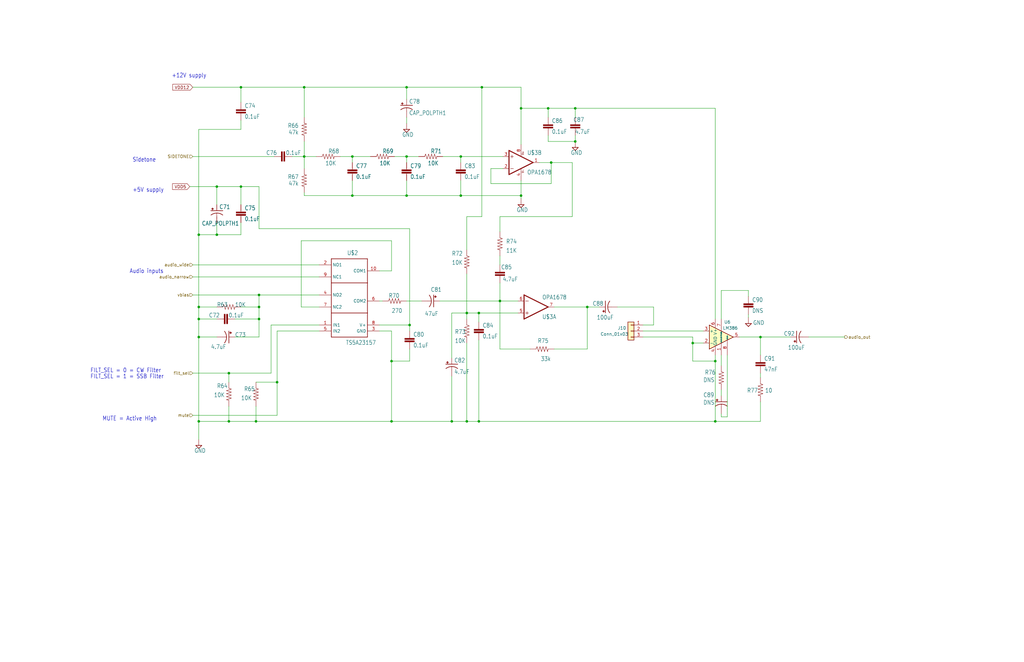
<source format=kicad_sch>
(kicad_sch (version 20230121) (generator eeschema)
  (paper "B")
  (lib_symbols
    (symbol "Amplifier_Audio:LM386" (pin_names (offset 0.127))
      (property "Reference" "U" (at 1.27 7.62 0))
      (property "Value" "LM386" (at 1.27 5.08 0))
      (symbol "LM386_0_1"
        (polyline (pts (xy 5.08 0) (xy -5.08 5.08) (xy -5.08 -5.08) (xy 5.08 0)) (stroke (width 0.254)) (fill (type background)))
      )
      (symbol "LM386_1_1"
        (pin input line (at 0 -7.62 90) (length 5.08) (name "GAIN") (number "1"))
        (pin input line (at -7.62 -2.54 0) (length 2.54) (name "-") (number "2"))
        (pin input line (at -7.62 2.54 0) (length 2.54) (name "+") (number "3"))
        (pin power_in line (at -2.54 -7.62 90) (length 3.81) (name "GND") (number "4"))
        (pin output line (at 7.62 0 180) (length 2.54) (name "~") (number "5"))
        (pin power_in line (at -2.54 7.62 270) (length 3.81) (name "V+") (number "6"))
        (pin input line (at 0 7.62 270) (length 5.08) (name "BYPASS") (number "7"))
        (pin input line (at 2.54 -7.62 90) (length 6.35) (name "GAIN") (number "8"))
      )
    )
    (symbol "Connector_Generic:Conn_01x03" (pin_names (offset 1.016) hide)
      (property "Reference" "J" (at 0 5.08 0))
      (property "Value" "Conn_01x03" (at 0 -5.08 0))
      (symbol "Conn_01x03_1_1"
        (rectangle (start -1.27 -2.413) (end 0 -2.667) (stroke (width 0.1524)))
        (rectangle (start -1.27 0.127) (end 0 -0.127) (stroke (width 0.1524)))
        (rectangle (start -1.27 2.667) (end 0 2.413) (stroke (width 0.1524)))
        (rectangle (start -1.27 3.81) (end 1.27 -3.81) (stroke (width 0.254)) (fill (type background)))
        (pin passive line (at -5.08 2.54 0) (length 3.81) (name "Pin_1") (number "1"))
        (pin passive line (at -5.08 0 0) (length 3.81) (name "Pin_2") (number "2"))
        (pin passive line (at -5.08 -2.54 0) (length 3.81) (name "Pin_3") (number "3"))
      )
    )
    (symbol "LM4562_1"
      (property "Reference" "U$602" (at 2.54 3.175 0))
      (property "Value" "OPA1678" (at 2.54 -5.08 0))
      (symbol "LM4562_1_1_0"
        (polyline (pts (xy -5.08 -5.08) (xy 5.08 0)) (stroke (width 0.4064)))
        (polyline (pts (xy -5.08 5.08) (xy -5.08 -5.08)) (stroke (width 0.4064)))
        (polyline (pts (xy -4.445 -2.54) (xy -3.175 -2.54)) (stroke (width 0.1524)))
        (polyline (pts (xy -4.445 2.54) (xy -3.175 2.54)) (stroke (width 0.1524)))
        (polyline (pts (xy -3.81 3.175) (xy -3.81 1.905)) (stroke (width 0.1524)))
        (polyline (pts (xy 5.08 0) (xy -5.08 5.08)) (stroke (width 0.4064)))
        (pin input line (at -7.62 2.54 0) (length 2.54) (name "+IN") (number "5"))
        (pin input line (at -7.62 -2.54 0) (length 2.54) (name "-IN") (number "6"))
        (pin output line (at 7.62 0 180) (length 2.54) (name "OUT") (number "7"))
      )
      (symbol "LM4562_1_2_0"
        (polyline (pts (xy -5.08 -5.08) (xy 5.08 0)) (stroke (width 0.4064)))
        (polyline (pts (xy -5.08 5.08) (xy -5.08 -5.08)) (stroke (width 0.4064)))
        (polyline (pts (xy -4.445 -2.54) (xy -3.175 -2.54)) (stroke (width 0.1524)))
        (polyline (pts (xy -4.445 2.54) (xy -3.175 2.54)) (stroke (width 0.1524)))
        (polyline (pts (xy -3.81 3.175) (xy -3.81 1.905)) (stroke (width 0.1524)))
        (polyline (pts (xy 5.08 0) (xy -5.08 5.08)) (stroke (width 0.4064)))
        (text "V+" (at 1.27 3.175 900) (effects (font (size 0.8128 0.6908)) (justify left bottom)))
        (text "V-" (at 1.27 -4.445 900) (effects (font (size 0.8128 0.6908)) (justify left bottom)))
        (pin output line (at 7.62 0 180) (length 2.54) (name "OUT") (number "1"))
        (pin input line (at -7.62 -2.54 0) (length 2.54) (name "-IN") (number "2"))
        (pin input line (at -7.62 2.54 0) (length 2.54) (name "+IN") (number "3"))
        (pin input line (at 0 -7.62 90) (length 5.08) (name "V-") (number "4"))
        (pin input line (at 0 7.62 270) (length 5.08) (name "V+") (number "8"))
      )
    )
    (symbol "audioModule2-eagle-import:CAP0603-CAP"
      (property "Reference" "C" (at 1.524 2.921 0))
      (property "Value" "CAP0603-CAP" (at 1.524 -2.159 0))
      (symbol "CAP0603-CAP_1_0"
        (rectangle (start -2.032 0.508) (end 2.032 1.016) (fill (type outline)))
        (rectangle (start -2.032 1.524) (end 2.032 2.032) (fill (type outline)))
        (polyline (pts (xy 0 0) (xy 0 0.508)) (stroke (width 0.1524)))
        (polyline (pts (xy 0 2.54) (xy 0 2.032)) (stroke (width 0.1524)))
        (pin passive line (at 0 5.08 270) (length 2.54) (name "1") (number "1"))
        (pin passive line (at 0 -2.54 90) (length 2.54) (name "2") (number "2"))
      )
    )
    (symbol "audioModule2-eagle-import:CAP_POLPTH1"
      (property "Reference" "C" (at 1.016 0.635 0))
      (property "Value" "CAP_POLPTH1" (at 1.016 -4.191 0))
      (symbol "CAP_POLPTH1_1_0"
        (rectangle (start -2.253 0.668) (end -1.364 0.795) (fill (type outline)))
        (rectangle (start -1.872 0.287) (end -1.745 1.176) (fill (type outline)))
        (arc (start 0 -1.0161) (mid -1.3021 -1.2302) (end -2.4669 -1.8504) (stroke (width 0.254)))
        (polyline (pts (xy -2.54 0) (xy 2.54 0)) (stroke (width 0.254)))
        (polyline (pts (xy 0 -1.016) (xy 0 -2.54)) (stroke (width 0.1524)))
        (arc (start 2.4892 -1.8542) (mid 1.3158 -1.2195) (end 0 -1) (stroke (width 0.254)))
        (pin passive line (at 0 2.54 270) (length 2.54) (name "+") (number "1"))
        (pin passive line (at 0 -5.08 90) (length 2.54) (name "-") (number "2"))
      )
    )
    (symbol "audioModule2-eagle-import:GND" (power)
      (property "Value" "GND" (at -1.905 -3.175 0))
      (symbol "GND_1_0"
        (polyline (pts (xy -1.27 0) (xy 1.27 0)) (stroke (width 0.254)))
        (polyline (pts (xy 0 -1.27) (xy -1.27 0)) (stroke (width 0.254)))
        (polyline (pts (xy 1.27 0) (xy 0 -1.27)) (stroke (width 0.254)))
        (pin power_in line (at 0 2.54 270) (length 2.54) (name "GND") (number "1"))
      )
    )
    (symbol "audioModule2-eagle-import:LM4562"
      (property "Reference" "U$602" (at 2.54 3.175 0))
      (property "Value" "OPA1678" (at 2.54 -5.08 0))
      (symbol "LM4562_1_0"
        (polyline (pts (xy -5.08 -5.08) (xy 5.08 0)) (stroke (width 0.4064)))
        (polyline (pts (xy -5.08 5.08) (xy -5.08 -5.08)) (stroke (width 0.4064)))
        (polyline (pts (xy -4.445 -2.54) (xy -3.175 -2.54)) (stroke (width 0.1524)))
        (polyline (pts (xy -4.445 2.54) (xy -3.175 2.54)) (stroke (width 0.1524)))
        (polyline (pts (xy -3.81 3.175) (xy -3.81 1.905)) (stroke (width 0.1524)))
        (polyline (pts (xy 5.08 0) (xy -5.08 5.08)) (stroke (width 0.4064)))
        (pin input line (at -7.62 2.54 0) (length 2.54) (name "+IN") (number "5"))
        (pin input line (at -7.62 -2.54 0) (length 2.54) (name "-IN") (number "6"))
        (pin output line (at 7.62 0 180) (length 2.54) (name "OUT") (number "7"))
      )
      (symbol "LM4562_2_0"
        (polyline (pts (xy -5.08 -5.08) (xy 5.08 0)) (stroke (width 0.4064)))
        (polyline (pts (xy -5.08 5.08) (xy -5.08 -5.08)) (stroke (width 0.4064)))
        (polyline (pts (xy -4.445 -2.54) (xy -3.175 -2.54)) (stroke (width 0.1524)))
        (polyline (pts (xy -4.445 2.54) (xy -3.175 2.54)) (stroke (width 0.1524)))
        (polyline (pts (xy -3.81 3.175) (xy -3.81 1.905)) (stroke (width 0.1524)))
        (polyline (pts (xy 5.08 0) (xy -5.08 5.08)) (stroke (width 0.4064)))
        (text "V+" (at 1.27 3.175 900) (effects (font (size 0.8128 0.6908)) (justify left bottom)))
        (text "V-" (at 1.27 -4.445 900) (effects (font (size 0.8128 0.6908)) (justify left bottom)))
        (pin output line (at 7.62 0 180) (length 2.54) (name "OUT") (number "1"))
        (pin input line (at -7.62 -2.54 0) (length 2.54) (name "-IN") (number "2"))
        (pin input line (at -7.62 2.54 0) (length 2.54) (name "+IN") (number "3"))
        (pin input line (at 0 -7.62 90) (length 5.08) (name "V-") (number "4"))
        (pin input line (at 0 7.62 270) (length 5.08) (name "V+") (number "8"))
      )
    )
    (symbol "audioModule2-eagle-import:RESISTOR0603-RES"
      (property "Reference" "R" (at -3.81 1.4986 0))
      (property "Value" "RESISTOR0603-RES" (at -3.81 -3.302 0))
      (symbol "RESISTOR0603-RES_1_0"
        (polyline (pts (xy -2.54 0) (xy -2.159 1.016)) (stroke (width 0.1524)))
        (polyline (pts (xy -2.159 1.016) (xy -1.524 -1.016)) (stroke (width 0.1524)))
        (polyline (pts (xy -1.524 -1.016) (xy -0.889 1.016)) (stroke (width 0.1524)))
        (polyline (pts (xy -0.889 1.016) (xy -0.254 -1.016)) (stroke (width 0.1524)))
        (polyline (pts (xy -0.254 -1.016) (xy 0.381 1.016)) (stroke (width 0.1524)))
        (polyline (pts (xy 0.381 1.016) (xy 1.016 -1.016)) (stroke (width 0.1524)))
        (polyline (pts (xy 1.016 -1.016) (xy 1.651 1.016)) (stroke (width 0.1524)))
        (polyline (pts (xy 1.651 1.016) (xy 2.286 -1.016)) (stroke (width 0.1524)))
        (polyline (pts (xy 2.286 -1.016) (xy 2.54 0)) (stroke (width 0.1524)))
        (pin passive line (at -5.08 0 0) (length 2.54) (name "1") (number "1"))
        (pin passive line (at 5.08 0 180) (length 2.54) (name "2") (number "2"))
      )
    )
    (symbol "audioModule2-eagle-import:TS5A23157"
      (property "Reference" "U$2" (at 6.604 34.544 0))
      (property "Value" "TS5A23157" (at 6.096 -3.302 0))
      (symbol "TS5A23157_1_0"
        (polyline (pts (xy 0 0) (xy 15.24 0)) (stroke (width 0.254)))
        (polyline (pts (xy 0 10.16) (xy 0 0)) (stroke (width 0.254)))
        (polyline (pts (xy 0 10.16) (xy 15.24 10.16)) (stroke (width 0.254)))
        (polyline (pts (xy 0 22.86) (xy 0 10.16)) (stroke (width 0.254)))
        (polyline (pts (xy 0 22.86) (xy 15.24 22.86)) (stroke (width 0.254)))
        (polyline (pts (xy 0 33.02) (xy 0 22.86)) (stroke (width 0.254)))
        (polyline (pts (xy 15.24 0) (xy 15.24 10.16)) (stroke (width 0.254)))
        (polyline (pts (xy 15.24 10.16) (xy 15.24 22.86)) (stroke (width 0.254)))
        (polyline (pts (xy 15.24 22.86) (xy 15.24 33.02)) (stroke (width 0.254)))
        (polyline (pts (xy 15.24 33.02) (xy 0 33.02)) (stroke (width 0.254)))
        (pin input line (at -5.08 5.08 0) (length 5.08) (name "IN1") (number "1"))
        (pin bidirectional line (at 20.32 27.94 180) (length 5.08) (name "COM1") (number "10"))
        (pin bidirectional line (at -5.08 30.48 0) (length 5.08) (name "NO1") (number "2"))
        (pin power_in line (at 20.32 2.54 180) (length 5.08) (name "GND") (number "3"))
        (pin bidirectional line (at -5.08 17.78 0) (length 5.08) (name "NO2") (number "4"))
        (pin input line (at -5.08 2.54 0) (length 5.08) (name "IN2") (number "5"))
        (pin bidirectional line (at 20.32 15.24 180) (length 5.08) (name "COM2") (number "6"))
        (pin bidirectional line (at -5.08 12.7 0) (length 5.08) (name "NC2") (number "7"))
        (pin power_in line (at 20.32 5.08 180) (length 5.08) (name "V+") (number "8"))
        (pin bidirectional line (at -5.08 25.4 0) (length 5.08) (name "NC1") (number "9"))
      )
    )
  )
  (junction (at 171.45 82.55))
  (junction (at 301.625 177.8))
  (junction (at 165.1 177.8))
  (junction (at 219.71 45.72))
  (junction (at 83.82 177.8))
  (junction (at 83.82 134.62))
  (junction (at 171.45 66.04))
  (junction (at 210.82 127))
  (junction (at 201.93 132.08))
  (junction (at 292.1 144.78))
  (junction (at 172.72 137.16))
  (junction (at 101.6 78.74))
  (junction (at 231.14 45.72))
  (junction (at 109.22 124.46))
  (junction (at 116.84 161.29))
  (junction (at 196.85 177.8))
  (junction (at 247.65 129.54))
  (junction (at 203.2 36.83))
  (junction (at 83.82 129.54))
  (junction (at 242.57 59.69))
  (junction (at 242.57 45.72))
  (junction (at 128.27 66.04))
  (junction (at 190.5 177.8))
  (junction (at 194.31 82.55))
  (junction (at 320.675 142.24))
  (junction (at 83.82 142.24))
  (junction (at 91.44 78.74))
  (junction (at 148.59 66.04))
  (junction (at 171.45 36.83))
  (junction (at 232.41 68.58))
  (junction (at 109.22 134.62))
  (junction (at 109.22 129.54))
  (junction (at 91.44 99.06))
  (junction (at 194.31 66.04))
  (junction (at 165.1 152.4))
  (junction (at 107.95 177.8))
  (junction (at 101.6 36.83))
  (junction (at 301.625 152.4))
  (junction (at 219.71 82.55))
  (junction (at 196.85 132.08))
  (junction (at 96.52 157.48))
  (junction (at 148.59 82.55))
  (junction (at 201.93 177.8))
  (junction (at 96.52 177.8))
  (junction (at 128.27 36.83))
  (junction (at 83.82 99.06))
  (wire (pts (xy 101.6 93.98) (xy 101.6 99.06)))
  (wire (pts (xy 275.59 129.54) (xy 275.59 137.16)))
  (wire (pts (xy 81.28 111.76) (xy 134.62 111.76)))
  (wire (pts (xy 81.28 124.46) (xy 109.22 124.46)))
  (wire (pts (xy 83.82 134.62) (xy 83.82 142.24)))
  (wire (pts (xy 116.84 139.7) (xy 134.62 139.7)))
  (wire (pts (xy 231.14 45.72) (xy 219.71 45.72)))
  (wire (pts (xy 114.3 157.48) (xy 114.3 137.16)))
  (wire (pts (xy 81.28 157.48) (xy 96.52 157.48)))
  (wire (pts (xy 80.01 78.74) (xy 91.44 78.74)))
  (wire (pts (xy 233.68 129.54) (xy 247.65 129.54)))
  (wire (pts (xy 275.59 137.16) (xy 271.145 137.16)))
  (wire (pts (xy 304.165 134.62) (xy 304.165 122.555)))
  (wire (pts (xy 114.3 137.16) (xy 134.62 137.16)))
  (wire (pts (xy 185.42 127) (xy 210.82 127)))
  (wire (pts (xy 96.52 171.45) (xy 96.52 177.8)))
  (wire (pts (xy 116.84 161.29) (xy 116.84 139.7)))
  (wire (pts (xy 83.82 129.54) (xy 83.82 134.62)))
  (wire (pts (xy 260.35 129.54) (xy 275.59 129.54)))
  (wire (pts (xy 148.59 76.2) (xy 148.59 82.55)))
  (wire (pts (xy 190.5 158.75) (xy 190.5 177.8)))
  (wire (pts (xy 171.45 36.83) (xy 171.45 41.91)))
  (wire (pts (xy 109.22 96.52) (xy 172.72 96.52)))
  (wire (pts (xy 148.59 66.04) (xy 148.59 68.58)))
  (wire (pts (xy 128.27 66.04) (xy 128.27 71.12)))
  (wire (pts (xy 196.85 132.08) (xy 201.93 132.08)))
  (wire (pts (xy 83.82 99.06) (xy 83.82 129.54)))
  (wire (pts (xy 190.5 177.8) (xy 196.85 177.8)))
  (wire (pts (xy 233.68 147.32) (xy 247.65 147.32)))
  (wire (pts (xy 91.44 86.36) (xy 91.44 78.74)))
  (wire (pts (xy 128.27 36.83) (xy 171.45 36.83)))
  (wire (pts (xy 160.02 139.7) (xy 165.1 139.7)))
  (wire (pts (xy 242.57 45.72) (xy 231.14 45.72)))
  (wire (pts (xy 304.165 149.86) (xy 304.165 154.305)))
  (wire (pts (xy 301.625 149.86) (xy 301.625 152.4)))
  (wire (pts (xy 219.71 45.72) (xy 219.71 36.83)))
  (wire (pts (xy 203.2 36.83) (xy 171.45 36.83)))
  (wire (pts (xy 172.72 152.4) (xy 165.1 152.4)))
  (wire (pts (xy 83.82 142.24) (xy 91.44 142.24)))
  (wire (pts (xy 101.6 99.06) (xy 91.44 99.06)))
  (wire (pts (xy 231.14 57.15) (xy 231.14 59.69)))
  (wire (pts (xy 165.1 152.4) (xy 165.1 177.8)))
  (wire (pts (xy 171.45 49.53) (xy 171.45 52.07)))
  (wire (pts (xy 219.71 36.83) (xy 203.2 36.83)))
  (wire (pts (xy 128.27 81.28) (xy 128.27 82.55)))
  (wire (pts (xy 101.6 78.74) (xy 109.22 78.74)))
  (wire (pts (xy 301.625 152.4) (xy 301.625 177.8)))
  (wire (pts (xy 210.82 91.44) (xy 210.82 97.79)))
  (wire (pts (xy 301.625 45.72) (xy 242.57 45.72)))
  (wire (pts (xy 91.44 78.74) (xy 101.6 78.74)))
  (wire (pts (xy 194.31 66.04) (xy 212.09 66.04)))
  (wire (pts (xy 127 129.54) (xy 134.62 129.54)))
  (wire (pts (xy 247.65 129.54) (xy 252.73 129.54)))
  (wire (pts (xy 210.82 91.44) (xy 241.3 91.44)))
  (wire (pts (xy 304.165 175.895) (xy 306.705 175.895)))
  (wire (pts (xy 134.62 124.46) (xy 109.22 124.46)))
  (wire (pts (xy 165.1 177.8) (xy 190.5 177.8)))
  (wire (pts (xy 128.27 66.04) (xy 133.35 66.04)))
  (wire (pts (xy 101.6 43.18) (xy 101.6 36.83)))
  (wire (pts (xy 123.19 66.04) (xy 128.27 66.04)))
  (wire (pts (xy 172.72 139.7) (xy 172.72 137.16)))
  (wire (pts (xy 196.85 177.8) (xy 201.93 177.8)))
  (wire (pts (xy 96.52 157.48) (xy 96.52 161.29)))
  (wire (pts (xy 128.27 59.69) (xy 128.27 66.04)))
  (wire (pts (xy 81.28 36.83) (xy 101.6 36.83)))
  (wire (pts (xy 301.625 134.62) (xy 301.625 45.72)))
  (wire (pts (xy 194.31 66.04) (xy 194.31 68.58)))
  (wire (pts (xy 292.1 142.24) (xy 292.1 144.78)))
  (wire (pts (xy 101.6 54.61) (xy 83.82 54.61)))
  (wire (pts (xy 196.85 105.41) (xy 196.85 91.44)))
  (wire (pts (xy 196.85 132.08) (xy 196.85 134.62)))
  (wire (pts (xy 271.145 142.24) (xy 292.1 142.24)))
  (wire (pts (xy 311.785 142.24) (xy 320.675 142.24)))
  (wire (pts (xy 165.1 114.3) (xy 165.1 101.6)))
  (wire (pts (xy 212.09 71.12) (xy 207.01 71.12)))
  (wire (pts (xy 109.22 134.62) (xy 109.22 142.24)))
  (wire (pts (xy 219.71 76.2) (xy 219.71 82.55)))
  (wire (pts (xy 81.28 66.04) (xy 115.57 66.04)))
  (wire (pts (xy 165.1 139.7) (xy 165.1 152.4)))
  (wire (pts (xy 223.52 147.32) (xy 210.82 147.32)))
  (wire (pts (xy 247.65 129.54) (xy 247.65 147.32)))
  (wire (pts (xy 109.22 78.74) (xy 109.22 96.52)))
  (wire (pts (xy 171.45 127) (xy 177.8 127)))
  (wire (pts (xy 296.545 144.78) (xy 292.1 144.78)))
  (wire (pts (xy 196.85 91.44) (xy 203.2 91.44)))
  (wire (pts (xy 148.59 66.04) (xy 156.21 66.04)))
  (wire (pts (xy 116.84 175.26) (xy 116.84 161.29)))
  (wire (pts (xy 304.165 174.625) (xy 304.165 175.895)))
  (wire (pts (xy 101.6 86.36) (xy 101.6 78.74)))
  (wire (pts (xy 160.02 114.3) (xy 165.1 114.3)))
  (wire (pts (xy 201.93 132.08) (xy 201.93 135.89)))
  (wire (pts (xy 171.45 66.04) (xy 171.45 68.58)))
  (wire (pts (xy 196.85 115.57) (xy 196.85 132.08)))
  (wire (pts (xy 241.3 91.44) (xy 241.3 68.58)))
  (wire (pts (xy 171.45 76.2) (xy 171.45 82.55)))
  (wire (pts (xy 148.59 82.55) (xy 171.45 82.55)))
  (wire (pts (xy 194.31 82.55) (xy 219.71 82.55)))
  (wire (pts (xy 320.675 142.24) (xy 320.675 149.86)))
  (wire (pts (xy 210.82 107.95) (xy 210.82 111.76)))
  (wire (pts (xy 81.28 116.84) (xy 134.62 116.84)))
  (wire (pts (xy 304.165 122.555) (xy 315.595 122.555)))
  (wire (pts (xy 91.44 129.54) (xy 83.82 129.54)))
  (wire (pts (xy 81.28 175.26) (xy 116.84 175.26)))
  (wire (pts (xy 207.01 77.47) (xy 232.41 77.47)))
  (wire (pts (xy 91.44 134.62) (xy 83.82 134.62)))
  (wire (pts (xy 232.41 77.47) (xy 232.41 68.58)))
  (wire (pts (xy 109.22 129.54) (xy 109.22 124.46)))
  (wire (pts (xy 172.72 137.16) (xy 160.02 137.16)))
  (wire (pts (xy 190.5 132.08) (xy 196.85 132.08)))
  (wire (pts (xy 320.675 177.8) (xy 301.625 177.8)))
  (wire (pts (xy 190.5 151.13) (xy 190.5 132.08)))
  (wire (pts (xy 203.2 91.44) (xy 203.2 36.83)))
  (wire (pts (xy 101.6 36.83) (xy 128.27 36.83)))
  (wire (pts (xy 101.6 129.54) (xy 109.22 129.54)))
  (wire (pts (xy 186.69 66.04) (xy 194.31 66.04)))
  (wire (pts (xy 231.14 59.69) (xy 242.57 59.69)))
  (wire (pts (xy 83.82 142.24) (xy 83.82 177.8)))
  (wire (pts (xy 242.57 49.53) (xy 242.57 45.72)))
  (wire (pts (xy 315.595 132.715) (xy 315.595 133.985)))
  (wire (pts (xy 165.1 101.6) (xy 127 101.6)))
  (wire (pts (xy 210.82 127) (xy 218.44 127)))
  (wire (pts (xy 241.3 68.58) (xy 232.41 68.58)))
  (wire (pts (xy 210.82 127) (xy 210.82 147.32)))
  (wire (pts (xy 201.93 177.8) (xy 301.625 177.8)))
  (wire (pts (xy 219.71 82.55) (xy 219.71 83.82)))
  (wire (pts (xy 109.22 134.62) (xy 109.22 129.54)))
  (wire (pts (xy 128.27 36.83) (xy 128.27 49.53)))
  (wire (pts (xy 128.27 82.55) (xy 148.59 82.55)))
  (wire (pts (xy 232.41 68.58) (xy 227.33 68.58)))
  (wire (pts (xy 143.51 66.04) (xy 148.59 66.04)))
  (wire (pts (xy 91.44 93.98) (xy 91.44 99.06)))
  (wire (pts (xy 83.82 177.8) (xy 83.82 185.42)))
  (wire (pts (xy 166.37 66.04) (xy 171.45 66.04)))
  (wire (pts (xy 196.85 144.78) (xy 196.85 177.8)))
  (wire (pts (xy 107.95 171.45) (xy 107.95 177.8)))
  (wire (pts (xy 99.06 134.62) (xy 109.22 134.62)))
  (wire (pts (xy 219.71 60.96) (xy 219.71 45.72)))
  (wire (pts (xy 107.95 161.29) (xy 116.84 161.29)))
  (wire (pts (xy 107.95 177.8) (xy 96.52 177.8)))
  (wire (pts (xy 306.705 175.895) (xy 306.705 149.86)))
  (wire (pts (xy 292.1 144.78) (xy 292.1 152.4)))
  (wire (pts (xy 107.95 177.8) (xy 165.1 177.8)))
  (wire (pts (xy 127 101.6) (xy 127 129.54)))
  (wire (pts (xy 99.06 142.24) (xy 109.22 142.24)))
  (wire (pts (xy 210.82 119.38) (xy 210.82 127)))
  (wire (pts (xy 96.52 177.8) (xy 83.82 177.8)))
  (wire (pts (xy 171.45 66.04) (xy 176.53 66.04)))
  (wire (pts (xy 292.1 152.4) (xy 301.625 152.4)))
  (wire (pts (xy 207.01 71.12) (xy 207.01 77.47)))
  (wire (pts (xy 201.93 132.08) (xy 218.44 132.08)))
  (wire (pts (xy 171.45 82.55) (xy 194.31 82.55)))
  (wire (pts (xy 160.02 127) (xy 161.29 127)))
  (wire (pts (xy 340.995 142.24) (xy 356.235 142.24)))
  (wire (pts (xy 201.93 143.51) (xy 201.93 177.8)))
  (wire (pts (xy 320.675 157.48) (xy 320.675 159.385)))
  (wire (pts (xy 320.675 169.545) (xy 320.675 177.8)))
  (wire (pts (xy 194.31 76.2) (xy 194.31 82.55)))
  (wire (pts (xy 304.165 164.465) (xy 304.165 167.005)))
  (wire (pts (xy 172.72 147.32) (xy 172.72 152.4)))
  (wire (pts (xy 320.675 142.24) (xy 333.375 142.24)))
  (wire (pts (xy 242.57 57.15) (xy 242.57 59.69)))
  (wire (pts (xy 101.6 50.8) (xy 101.6 54.61)))
  (wire (pts (xy 83.82 54.61) (xy 83.82 99.06)))
  (wire (pts (xy 231.14 49.53) (xy 231.14 45.72)))
  (wire (pts (xy 172.72 96.52) (xy 172.72 137.16)))
  (wire (pts (xy 271.145 139.7) (xy 296.545 139.7)))
  (wire (pts (xy 96.52 157.48) (xy 114.3 157.48)))
  (wire (pts (xy 91.44 99.06) (xy 83.82 99.06)))
  (wire (pts (xy 315.595 122.555) (xy 315.595 125.095)))
  (text "Sidetone" (at 55.88 68.58 0) (effects (font (size 1.778 1.5113)) (justify left bottom)))
  (text "+5V supply" (at 55.88 81.28 0) (effects (font (size 1.778 1.5113)) (justify left bottom)))
  (text "Audio inputs" (at 54.61 115.57 0) (effects (font (size 1.778 1.5113)) (justify left bottom)))
  (text "MUTE = Active High" (at 43.18 177.8 0) (effects (font (size 1.778 1.5113)) (justify left bottom)))
  (text "FILT_SEL = 0 = CW Filter" (at 38.1 157.48 0) (effects (font (size 1.778 1.5113)) (justify left bottom)))
  (text "+12V supply" (at 72.39 33.02 0) (effects (font (size 1.778 1.5113)) (justify left bottom)))
  (text "FILT_SEL = 1 = SSB Filter" (at 38.1 160.02 0) (effects (font (size 1.778 1.5113)) (justify left bottom)))
  (global_label "VDD12" (shape input) (at 81.28 36.83 180) (property "Intersheetrefs" "${INTERSHEET_REFS}" (at 72.7887 36.83 0) (effects (justify right))))
  (global_label "VDD5" (shape input) (at 80.01 78.74 180) (property "Intersheetrefs" "${INTERSHEET_REFS}" (at 72.5076 78.74 0) (effects (justify right))))
  (hierarchical_label "audio_narrow" (shape input) (at 81.28 116.84 180))
  (hierarchical_label "vbias" (shape input) (at 81.28 124.46 180))
  (hierarchical_label "SIDETONE" (shape input) (at 81.28 66.04 180))
  (hierarchical_label "audio_wide" (shape input) (at 81.28 111.76 180))
  (hierarchical_label "mute" (shape input) (at 81.28 175.26 180))
  (hierarchical_label "audio_out" (shape output) (at 356.235 142.24 0))
  (hierarchical_label "filt_sel" (shape input) (at 81.28 157.48 180))
  (symbol (lib_id "audioModule2-eagle-import:CAP0603-CAP") (at 101.6 88.9 180) (unit 1)
    (property "Reference" "C75" (at 103.124 88.773 0) (effects (font (size 1.778 1.5113)) (justify right top)))
    (property "Value" "0.1uF" (at 103.124 93.345 0) (effects (font (size 1.778 1.5113)) (justify right top)))
    (property "Footprint" "Capacitor_SMD:C_0603_1608Metric_Pad1.08x0.95mm_HandSolder" (effects hide))
    (instances (project "fieldRadio" (path "" (reference "C75") (unit 1))) (project "" (path "" (reference "C5") (unit 1))))
  )
  (symbol (lib_id "audioModule2-eagle-import:CAP_POLPTH1") (at 171.45 44.45 0) (unit 1)
    (property "Reference" "C78" (at 172.466 43.815 0) (effects (font (size 1.778 1.5113)) (justify left bottom)))
    (property "Value" "CAP_POLPTH1" (at 172.466 48.641 0) (effects (font (size 1.778 1.5113)) (justify left bottom)))
    (property "Footprint" "Capacitor_THT:CP_Radial_D6.3mm_P2.50mm" (effects hide))
    (instances (project "fieldRadio" (path "" (reference "C78") (unit 1))) (project "" (path "" (reference "C9") (unit 1))))
  )
  (symbol (lib_id "audioModule2-eagle-import:CAP_POLPTH1") (at 96.52 142.24 270) (unit 1)
    (property "Reference" "C73" (at 99.06 142.24 90) (effects (font (size 1.778 1.5113)) (justify left bottom)))
    (property "Value" "4.7uF" (at 88.9 147.32 90) (effects (font (size 1.778 1.5113)) (justify left bottom)))
    (property "Footprint" "Capacitor_THT:CP_Radial_D6.3mm_P2.50mm" (effects hide))
    (instances (project "fieldRadio" (path "" (reference "C73") (unit 1))) (project "" (path "" (reference "C3") (unit 1))))
  )
  (symbol (lib_id "audioModule2-eagle-import:RESISTOR0603-RES") (at 161.29 66.04 0) (unit 1)
    (property "Reference" "R69" (at 161.29 64.77 0) (effects (font (size 1.778 1.5113)) (justify left bottom)))
    (property "Value" "10K" (at 160.02 69.85 0) (effects (font (size 1.778 1.5113)) (justify left bottom)))
    (property "Footprint" "Resistor_SMD:R_0603_1608Metric_Pad0.98x0.95mm_HandSolder" (effects hide))
    (instances (project "fieldRadio" (path "" (reference "R69") (unit 1))) (project "" (path "" (reference "R9") (unit 1))))
  )
  (symbol (lib_id "audioModule2-eagle-import:CAP0603-CAP") (at 101.6 45.72 180) (unit 1)
    (property "Reference" "C74" (at 103.124 45.593 0) (effects (font (size 1.778 1.5113)) (justify right top)))
    (property "Value" "0.1uF" (at 103.124 50.165 0) (effects (font (size 1.778 1.5113)) (justify right top)))
    (property "Footprint" "Capacitor_SMD:C_0603_1608Metric_Pad1.08x0.95mm_HandSolder" (effects hide))
    (instances (project "fieldRadio" (path "" (reference "C74") (unit 1))) (project "" (path "" (reference "C4") (unit 1))))
  )
  (symbol (lib_id "audioModule2-eagle-import:CAP0603-CAP") (at 231.14 52.07 180) (unit 1)
    (property "Reference" "C86" (at 232.664 51.943 0) (effects (font (size 1.778 1.5113)) (justify right top)))
    (property "Value" "0.1uF" (at 232.664 56.515 0) (effects (font (size 1.778 1.5113)) (justify right top)))
    (property "Footprint" "Capacitor_SMD:C_0603_1608Metric_Pad1.08x0.95mm_HandSolder" (effects hide))
    (instances (project "fieldRadio" (path "" (reference "C86") (unit 1))) (project "" (path "" (reference "C18") (unit 1))))
  )
  (symbol (lib_id "audioModule2-eagle-import:GND") (at 219.71 86.36 0) (unit 1)
    (property "Reference" "#SUPPLY013" (effects hide))
    (property "Value" "GND" (at 217.805 89.535 0) (effects (font (size 1.778 1.5113)) (justify left bottom)))
    (property "Footprint" "audioModule2:" (effects hide))
    (instances (project "fieldRadio" (path "" (reference "#SUPPLY013") (unit 1))) (project "" (path "" (reference "#SUPPLY03") (unit 1))))
  )
  (symbol (lib_id "audioModule2-eagle-import:RESISTOR0603-RES") (at 107.95 166.37 270) (unit 1)
    (property "Reference" "R65" (at 102.87 165.1 90) (effects (font (size 1.778 1.5113)) (justify left bottom)))
    (property "Value" "10K" (at 101.6 168.91 90) (effects (font (size 1.778 1.5113)) (justify left bottom)))
    (property "Footprint" "Resistor_SMD:R_0603_1608Metric_Pad0.98x0.95mm_HandSolder" (effects hide))
    (instances (project "fieldRadio" (path "" (reference "R65") (unit 1))) (project "" (path "" (reference "R3") (unit 1))))
  )
  (symbol (lib_id "audioModule2-eagle-import:RESISTOR0603-RES") (at 96.52 166.37 270) (unit 1)
    (property "Reference" "R64" (at 91.44 163.83 90) (effects (font (size 1.778 1.5113)) (justify left bottom)))
    (property "Value" "10K" (at 90.17 167.64 90) (effects (font (size 1.778 1.5113)) (justify left bottom)))
    (property "Footprint" "Resistor_SMD:R_0603_1608Metric_Pad0.98x0.95mm_HandSolder" (effects hide))
    (instances (project "fieldRadio" (path "" (reference "R64") (unit 1))) (project "" (path "" (reference "R2") (unit 1))))
  )
  (symbol (lib_id "audioModule2-eagle-import:RESISTOR0603-RES") (at 181.61 66.04 0) (unit 1)
    (property "Reference" "R71" (at 181.61 64.77 0) (effects (font (size 1.778 1.5113)) (justify left bottom)))
    (property "Value" "10K" (at 180.34 69.85 0) (effects (font (size 1.778 1.5113)) (justify left bottom)))
    (property "Footprint" "Resistor_SMD:R_0603_1608Metric_Pad0.98x0.95mm_HandSolder" (effects hide))
    (instances (project "fieldRadio" (path "" (reference "R71") (unit 1))) (project "" (path "" (reference "R11") (unit 1))))
  )
  (symbol (lib_id "audioModule2-eagle-import:RESISTOR0603-RES") (at 210.82 102.87 270) (unit 1)
    (property "Reference" "R74" (at 213.36 102.87 90) (effects (font (size 1.778 1.5113)) (justify left bottom)))
    (property "Value" "11K" (at 213.36 106.68 90) (effects (font (size 1.778 1.5113)) (justify left bottom)))
    (property "Footprint" "Resistor_SMD:R_0603_1608Metric_Pad0.98x0.95mm_HandSolder" (effects hide))
    (instances (project "fieldRadio" (path "" (reference "R74") (unit 1))) (project "" (path "" (reference "R14") (unit 1))))
  )
  (symbol (lib_id "Amplifier_Audio:LM386") (at 304.165 142.24 0) (unit 1)
    (property "Reference" "U6" (at 306.705 135.89 0))
    (property "Value" "LM386" (at 307.975 138.43 0))
    (property "Footprint" "Package_DIP:DIP-8_W10.16mm_LongPads" (effects hide))
    (property "Datasheet" "http://www.ti.com/lit/ds/symlink/lm386.pdf" (effects hide))
  )
  (symbol (lib_id "audioModule2-eagle-import:CAP_POLPTH1") (at 182.88 127 270) (unit 1)
    (property "Reference" "C81" (at 181.61 123.19 90) (effects (font (size 1.778 1.5113)) (justify left bottom)))
    (property "Value" "47uF" (at 179.07 133.35 90) (effects (font (size 1.778 1.5113)) (justify left bottom)))
    (property "Footprint" "Capacitor_THT:CP_Radial_D6.3mm_P2.50mm" (effects hide))
    (instances (project "fieldRadio" (path "" (reference "C81") (unit 1))) (project "" (path "" (reference "C8") (unit 1))))
  )
  (symbol (lib_id "audioModule2-eagle-import:GND") (at 242.57 62.23 0) (unit 1)
    (property "Reference" "#SUPPLY014" (effects hide))
    (property "Value" "GND" (at 240.665 65.405 0) (effects (font (size 1.778 1.5113)) (justify left bottom)))
    (property "Footprint" "audioModule2:" (effects hide))
    (instances (project "fieldRadio" (path "" (reference "#SUPPLY014") (unit 1))) (project "" (path "" (reference "#SUPPLY05") (unit 1))))
  )
  (symbol (lib_id "audioModule2-eagle-import:RESISTOR0603-RES") (at 304.165 159.385 270) (unit 1)
    (property "Reference" "R76" (at 297.18 158.115 90) (effects (font (size 1.778 1.5113)) (justify left bottom)))
    (property "Value" "DNS" (at 296.545 161.29 90) (effects (font (size 1.778 1.5113)) (justify left bottom)))
    (property "Footprint" "Resistor_SMD:R_0603_1608Metric_Pad0.98x0.95mm_HandSolder" (effects hide))
  )
  (symbol (lib_id "audioModule2-eagle-import:CAP0603-CAP") (at 118.11 66.04 270) (unit 1)
    (property "Reference" "C76" (at 116.84 63.5 90) (effects (font (size 1.778 1.5113)) (justify right top)))
    (property "Value" "0.1uF" (at 127 63.5 90) (effects (font (size 1.778 1.5113)) (justify right top)))
    (property "Footprint" "Capacitor_SMD:C_0603_1608Metric_Pad1.08x0.95mm_HandSolder" (effects hide))
    (instances (project "fieldRadio" (path "" (reference "C76") (unit 1))) (project "" (path "" (reference "C6") (unit 1))))
  )
  (symbol (lib_name "LM4562_1") (lib_id "audioModule2-eagle-import:LM4562") (at 219.71 68.58 0) (unit 2)
    (property "Reference" "U$3" (at 222.25 65.405 0) (effects (font (size 1.778 1.5113)) (justify left bottom)))
    (property "Value" "OPA1678" (at 222.25 73.66 0) (effects (font (size 1.778 1.5113)) (justify left bottom)))
    (property "Footprint" "Package_SO:SOIC-8_3.9x4.9mm_P1.27mm" (effects hide))
    (instances (project "fieldRadio" (path "" (reference "U$3") (unit 2))) (project "" (path "" (reference "U$2") (unit 2))))
  )
  (symbol (lib_id "audioModule2-eagle-import:RESISTOR0603-RES") (at 196.85 110.49 270) (unit 1)
    (property "Reference" "R72" (at 190.5 107.95 90) (effects (font (size 1.778 1.5113)) (justify left bottom)))
    (property "Value" "10K" (at 190.5 111.76 90) (effects (font (size 1.778 1.5113)) (justify left bottom)))
    (property "Footprint" "Resistor_SMD:R_0603_1608Metric_Pad0.98x0.95mm_HandSolder" (effects hide))
    (instances (project "fieldRadio" (path "" (reference "R72") (unit 1))) (project "" (path "" (reference "R12") (unit 1))))
  )
  (symbol (lib_id "audioModule2-eagle-import:CAP0603-CAP") (at 194.31 71.12 180) (unit 1)
    (property "Reference" "C83" (at 195.834 70.993 0) (effects (font (size 1.778 1.5113)) (justify right top)))
    (property "Value" "0.1uF" (at 195.834 75.565 0) (effects (font (size 1.778 1.5113)) (justify right top)))
    (property "Footprint" "Capacitor_SMD:C_0603_1608Metric_Pad1.08x0.95mm_HandSolder" (effects hide))
    (instances (project "fieldRadio" (path "" (reference "C83") (unit 1))) (project "" (path "" (reference "C13") (unit 1))))
  )
  (symbol (lib_id "audioModule2-eagle-import:CAP_POLPTH1") (at 304.165 169.545 0) (unit 1)
    (property "Reference" "C89" (at 296.545 167.64 0) (effects (font (size 1.778 1.5113)) (justify left bottom)))
    (property "Value" "DNS" (at 296.545 170.815 0) (effects (font (size 1.778 1.5113)) (justify left bottom)))
    (property "Footprint" "Capacitor_THT:CP_Radial_D6.3mm_P2.50mm" (effects hide))
  )
  (symbol (lib_id "audioModule2-eagle-import:RESISTOR0603-RES") (at 320.675 164.465 270) (unit 1)
    (property "Reference" "R77" (at 314.96 165.735 90) (effects (font (size 1.778 1.5113)) (justify left bottom)))
    (property "Value" "10" (at 322.58 165.735 90) (effects (font (size 1.778 1.5113)) (justify left bottom)))
    (property "Footprint" "Resistor_SMD:R_0603_1608Metric_Pad0.98x0.95mm_HandSolder" (effects hide))
  )
  (symbol (lib_id "audioModule2-eagle-import:CAP0603-CAP") (at 172.72 142.24 180) (unit 1)
    (property "Reference" "C80" (at 174.244 142.113 0) (effects (font (size 1.778 1.5113)) (justify right top)))
    (property "Value" "0.1uF" (at 174.244 146.685 0) (effects (font (size 1.778 1.5113)) (justify right top)))
    (property "Footprint" "Capacitor_SMD:C_0603_1608Metric_Pad1.08x0.95mm_HandSolder" (effects hide))
    (instances (project "fieldRadio" (path "" (reference "C80") (unit 1))) (project "" (path "" (reference "C11") (unit 1))))
  )
  (symbol (lib_id "audioModule2-eagle-import:CAP0603-CAP") (at 148.59 71.12 180) (unit 1)
    (property "Reference" "C77" (at 150.114 70.993 0) (effects (font (size 1.778 1.5113)) (justify right top)))
    (property "Value" "0.1uF" (at 150.114 75.565 0) (effects (font (size 1.778 1.5113)) (justify right top)))
    (property "Footprint" "Capacitor_SMD:C_0603_1608Metric_Pad1.08x0.95mm_HandSolder" (effects hide))
    (instances (project "fieldRadio" (path "" (reference "C77") (unit 1))) (project "" (path "" (reference "C7") (unit 1))))
  )
  (symbol (lib_id "audioModule2-eagle-import:RESISTOR0603-RES") (at 138.43 66.04 0) (unit 1)
    (property "Reference" "R68" (at 138.43 64.77 0) (effects (font (size 1.778 1.5113)) (justify left bottom)))
    (property "Value" "10K" (at 137.16 69.85 0) (effects (font (size 1.778 1.5113)) (justify left bottom)))
    (property "Footprint" "Resistor_SMD:R_0603_1608Metric_Pad0.98x0.95mm_HandSolder" (effects hide))
    (instances (project "fieldRadio" (path "" (reference "R68") (unit 1))) (project "" (path "" (reference "R7") (unit 1))))
  )
  (symbol (lib_id "audioModule2-eagle-import:RESISTOR0603-RES") (at 166.37 127 0) (unit 1)
    (property "Reference" "R70" (at 163.83 125.73 0) (effects (font (size 1.778 1.5113)) (justify left bottom)))
    (property "Value" "270" (at 165.1 132.08 0) (effects (font (size 1.778 1.5113)) (justify left bottom)))
    (property "Footprint" "Resistor_SMD:R_0603_1608Metric_Pad0.98x0.95mm_HandSolder" (effects hide))
    (instances (project "fieldRadio" (path "" (reference "R70") (unit 1))) (project "" (path "" (reference "R10") (unit 1))))
  )
  (symbol (lib_id "audioModule2-eagle-import:LM4562") (at 226.06 129.54 0) (mirror x) (unit 1)
    (property "Reference" "U$3" (at 228.6 132.715 0) (effects (font (size 1.778 1.5113)) (justify left bottom)))
    (property "Value" "OPA1678" (at 228.6 124.46 0) (effects (font (size 1.778 1.5113)) (justify left bottom)))
    (property "Footprint" "Package_SO:SOIC-8_3.9x4.9mm_P1.27mm" (effects hide))
    (instances (project "fieldRadio" (path "" (reference "U$3") (unit 1))) (project "" (path "" (reference "U$2") (unit 1))))
  )
  (symbol (lib_id "audioModule2-eagle-import:RESISTOR0603-RES") (at 228.6 147.32 0) (unit 1)
    (property "Reference" "R75" (at 226.695 144.78 0) (effects (font (size 1.778 1.5113)) (justify left bottom)))
    (property "Value" "33k" (at 227.965 152.4 0) (effects (font (size 1.778 1.5113)) (justify left bottom)))
    (property "Footprint" "Resistor_SMD:R_0603_1608Metric_Pad0.98x0.95mm_HandSolder" (effects hide))
    (instances (project "fieldRadio" (path "" (reference "R75") (unit 1))) (project "" (path "" (reference "R15") (unit 1))))
  )
  (symbol (lib_id "audioModule2-eagle-import:GND") (at 315.595 136.525 0) (unit 1)
    (property "Reference" "#SUPPLY015" (effects hide))
    (property "Value" "GND" (at 317.5 137.16 0) (effects (font (size 1.778 1.5113)) (justify left bottom)))
    (property "Footprint" "audioModule2:" (effects hide))
  )
  (symbol (lib_id "audioModule2-eagle-import:CAP0603-CAP") (at 210.82 116.84 0) (unit 1)
    (property "Reference" "C85" (at 215.9 111.76 0) (effects (font (size 1.778 1.5113)) (justify right top)))
    (property "Value" "4.7uF" (at 218.44 116.84 0) (effects (font (size 1.778 1.5113)) (justify right top)))
    (property "Footprint" "Capacitor_SMD:C_0603_1608Metric_Pad1.08x0.95mm_HandSolder" (effects hide))
    (instances (project "fieldRadio" (path "" (reference "C85") (unit 1))) (project "" (path "" (reference "C15") (unit 1))))
  )
  (symbol (lib_id "audioModule2-eagle-import:CAP0603-CAP") (at 201.93 138.43 180) (unit 1)
    (property "Reference" "C84" (at 203.454 138.303 0) (effects (font (size 1.778 1.5113)) (justify right top)))
    (property "Value" "0.1uF" (at 203.454 142.875 0) (effects (font (size 1.778 1.5113)) (justify right top)))
    (property "Footprint" "Capacitor_SMD:C_0603_1608Metric_Pad1.08x0.95mm_HandSolder" (effects hide))
    (instances (project "fieldRadio" (path "" (reference "C84") (unit 1))) (project "" (path "" (reference "C14") (unit 1))))
  )
  (symbol (lib_id "Connector_Generic:Conn_01x03") (at 266.065 139.7 0) (mirror y) (unit 1)
    (property "Reference" "J10" (at 262.255 138.43 0))
    (property "Value" "Conn_01x03" (at 259.08 140.97 0))
    (property "Footprint" "Connector_PinHeader_2.54mm:PinHeader_1x03_P2.54mm_Vertical" (effects hide))
  )
  (symbol (lib_id "audioModule2-eagle-import:RESISTOR0603-RES") (at 96.52 129.54 0) (unit 1)
    (property "Reference" "R63" (at 91.44 129.54 0) (effects (font (size 1.778 1.5113)) (justify left bottom)))
    (property "Value" "10K" (at 99.06 129.54 0) (effects (font (size 1.778 1.5113)) (justify left bottom)))
    (property "Footprint" "Resistor_SMD:R_0603_1608Metric_Pad0.98x0.95mm_HandSolder" (effects hide))
    (instances (project "fieldRadio" (path "" (reference "R63") (unit 1))) (project "" (path "" (reference "R1") (unit 1))))
  )
  (symbol (lib_id "audioModule2-eagle-import:CAP0603-CAP") (at 93.98 134.62 270) (unit 1)
    (property "Reference" "C72" (at 92.71 132.08 90) (effects (font (size 1.778 1.5113)) (justify right top)))
    (property "Value" "0.1uF" (at 102.87 132.08 90) (effects (font (size 1.778 1.5113)) (justify right top)))
    (property "Footprint" "Capacitor_SMD:C_0603_1608Metric_Pad1.08x0.95mm_HandSolder" (effects hide))
    (instances (project "fieldRadio" (path "" (reference "C72") (unit 1))) (project "" (path "" (reference "C2") (unit 1))))
  )
  (symbol (lib_id "audioModule2-eagle-import:GND") (at 171.45 54.61 0) (unit 1)
    (property "Reference" "#SUPPLY012" (effects hide))
    (property "Value" "GND" (at 169.545 57.785 0) (effects (font (size 1.778 1.5113)) (justify left bottom)))
    (property "Footprint" "audioModule2:" (effects hide))
    (instances (project "fieldRadio" (path "" (reference "#SUPPLY012") (unit 1))) (project "" (path "" (reference "#SUPPLY02") (unit 1))))
  )
  (symbol (lib_id "audioModule2-eagle-import:RESISTOR0603-RES") (at 128.27 54.61 90) (unit 1)
    (property "Reference" "R66" (at 125.984 52.0446 90) (effects (font (size 1.778 1.5113)) (justify left bottom)))
    (property "Value" "47k" (at 125.984 54.864 90) (effects (font (size 1.778 1.5113)) (justify left bottom)))
    (property "Footprint" "Resistor_SMD:R_0603_1608Metric_Pad0.98x0.95mm_HandSolder" (effects hide))
    (instances (project "fieldRadio" (path "" (reference "R66") (unit 1))) (project "" (path "" (reference "R5") (unit 1))))
  )
  (symbol (lib_id "audioModule2-eagle-import:RESISTOR0603-RES") (at 196.85 139.7 270) (unit 1)
    (property "Reference" "R73" (at 191.77 140.97 90) (effects (font (size 1.778 1.5113)) (justify left bottom)))
    (property "Value" "10K" (at 191.77 144.78 90) (effects (font (size 1.778 1.5113)) (justify left bottom)))
    (property "Footprint" "Resistor_SMD:R_0603_1608Metric_Pad0.98x0.95mm_HandSolder" (effects hide))
    (instances (project "fieldRadio" (path "" (reference "R73") (unit 1))) (project "" (path "" (reference "R13") (unit 1))))
  )
  (symbol (lib_id "audioModule2-eagle-import:CAP_POLPTH1") (at 91.44 88.9 0) (unit 1)
    (property "Reference" "C71" (at 92.456 88.265 0) (effects (font (size 1.778 1.5113)) (justify left bottom)))
    (property "Value" "CAP_POLPTH1" (at 85.09 95.25 0) (effects (font (size 1.778 1.5113)) (justify left bottom)))
    (property "Footprint" "Capacitor_THT:CP_Radial_D6.3mm_P2.50mm" (effects hide))
    (instances (project "fieldRadio" (path "" (reference "C71") (unit 1))) (project "" (path "" (reference "C1") (unit 1))))
  )
  (symbol (lib_id "audioModule2-eagle-import:RESISTOR0603-RES") (at 128.27 76.2 90) (unit 1)
    (property "Reference" "R67" (at 125.984 73.6346 90) (effects (font (size 1.778 1.5113)) (justify left bottom)))
    (property "Value" "47k" (at 125.984 76.454 90) (effects (font (size 1.778 1.5113)) (justify left bottom)))
    (property "Footprint" "Resistor_SMD:R_0603_1608Metric_Pad0.98x0.95mm_HandSolder" (effects hide))
    (instances (project "fieldRadio" (path "" (reference "R67") (unit 1))) (project "" (path "" (reference "R6") (unit 1))))
  )
  (symbol (lib_id "audioModule2-eagle-import:CAP0603-CAP") (at 171.45 71.12 180) (unit 1)
    (property "Reference" "C79" (at 172.974 70.993 0) (effects (font (size 1.778 1.5113)) (justify right top)))
    (property "Value" "0.1uF" (at 172.974 75.565 0) (effects (font (size 1.778 1.5113)) (justify right top)))
    (property "Footprint" "Capacitor_SMD:C_0603_1608Metric_Pad1.08x0.95mm_HandSolder" (effects hide))
    (instances (project "fieldRadio" (path "" (reference "C79") (unit 1))) (project "" (path "" (reference "C10") (unit 1))))
  )
  (symbol (lib_id "audioModule2-eagle-import:CAP0603-CAP") (at 320.675 152.4 180) (unit 1)
    (property "Reference" "C91" (at 322.199 152.273 0) (effects (font (size 1.778 1.5113)) (justify right top)))
    (property "Value" "47nF" (at 322.199 156.845 0) (effects (font (size 1.778 1.5113)) (justify right top)))
    (property "Footprint" "Capacitor_SMD:C_0603_1608Metric_Pad1.08x0.95mm_HandSolder" (effects hide))
  )
  (symbol (lib_id "audioModule2-eagle-import:CAP0603-CAP") (at 315.595 127.635 180) (unit 1)
    (property "Reference" "C90" (at 317.119 127.508 0) (effects (font (size 1.778 1.5113)) (justify right top)))
    (property "Value" "DNS" (at 317.119 132.08 0) (effects (font (size 1.778 1.5113)) (justify right top)))
    (property "Footprint" "Capacitor_SMD:C_0603_1608Metric_Pad1.08x0.95mm_HandSolder" (effects hide))
  )
  (symbol (lib_id "audioModule2-eagle-import:CAP_POLPTH1") (at 190.5 153.67 0) (unit 1)
    (property "Reference" "C82" (at 191.516 153.035 0) (effects (font (size 1.778 1.5113)) (justify left bottom)))
    (property "Value" "4.7uF" (at 191.516 157.861 0) (effects (font (size 1.778 1.5113)) (justify left bottom)))
    (property "Footprint" "Capacitor_THT:CP_Radial_D6.3mm_P2.50mm" (effects hide))
    (instances (project "fieldRadio" (path "" (reference "C82") (unit 1))) (project "" (path "" (reference "C17") (unit 1))))
  )
  (symbol (lib_id "audioModule2-eagle-import:TS5A23157") (at 139.7 142.24 0) (unit 1)
    (property "Reference" "U$2" (at 146.304 107.696 0) (effects (font (size 1.778 1.5113)) (justify left bottom)))
    (property "Value" "TS5A23157" (at 145.796 145.542 0) (effects (font (size 1.778 1.5113)) (justify left bottom)))
    (property "Footprint" "Package_SO:VSSOP-10_3x3mm_P0.5mm" (effects hide))
    (instances (project "fieldRadio" (path "" (reference "U$2") (unit 1))) (project "" (path "" (reference "U$1") (unit 1))))
  )
  (symbol (lib_id "audioModule2-eagle-import:GND") (at 83.82 187.96 0) (unit 1)
    (property "Reference" "#SUPPLY011" (effects hide))
    (property "Value" "GND" (at 81.915 191.135 0) (effects (font (size 1.778 1.5113)) (justify left bottom)))
    (property "Footprint" "audioModule2:" (effects hide))
    (instances (project "fieldRadio" (path "" (reference "#SUPPLY011") (unit 1))) (project "" (path "" (reference "#SUPPLY01") (unit 1))))
  )
  (symbol (lib_id "audioModule2-eagle-import:CAP0603-CAP") (at 242.57 54.61 0) (unit 1)
    (property "Reference" "C87" (at 246.38 49.53 0) (effects (font (size 1.778 1.5113)) (justify right top)))
    (property "Value" "4.7uF" (at 248.92 54.61 0) (effects (font (size 1.778 1.5113)) (justify right top)))
    (property "Footprint" "Capacitor_SMD:C_0603_1608Metric_Pad1.08x0.95mm_HandSolder" (effects hide))
    (instances (project "fieldRadio" (path "" (reference "C87") (unit 1))) (project "" (path "" (reference "C19") (unit 1))))
  )
  (symbol (lib_id "audioModule2-eagle-import:CAP_POLPTH1") (at 335.915 142.24 90) (unit 1)
    (property "Reference" "C92" (at 335.153 139.827 90) (effects (font (size 1.778 1.5113)) (justify left bottom)))
    (property "Value" "100uF" (at 339.471 145.669 90) (effects (font (size 1.778 1.5113)) (justify left bottom)))
    (property "Footprint" "Capacitor_THT:CP_Radial_D6.3mm_P2.50mm" (effects hide))
  )
  (symbol (lib_id "audioModule2-eagle-import:CAP_POLPTH1") (at 255.27 129.54 90) (unit 1)
    (property "Reference" "C88" (at 254.508 127.127 90) (effects (font (size 1.778 1.5113)) (justify left bottom)))
    (property "Value" "100uF" (at 258.826 132.969 90) (effects (font (size 1.778 1.5113)) (justify left bottom)))
    (property "Footprint" "Capacitor_THT:CP_Radial_D6.3mm_P2.50mm" (effects hide))
    (instances (project "fieldRadio" (path "" (reference "C88") (unit 1))) (project "" (path "" (reference "C16") (unit 1))))
  )
)
</source>
